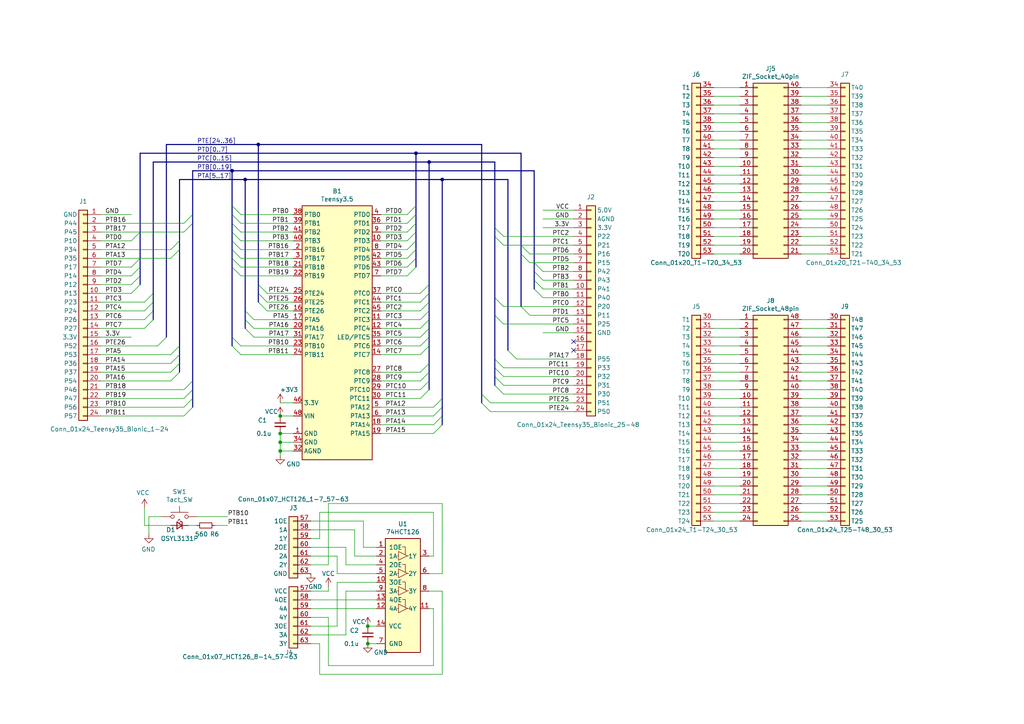
<source format=kicad_sch>
(kicad_sch (version 20211123) (generator eeschema)
  (paper "A4")
  (title_block (title "BionicBreadBoard Teensy3.5") (date "2021-11-06") (rev "2") (company "Tadashi G. Takaoka"))
  (junction (at 67.31 49.53))
  (junction (at 106.68 181.61))
  (junction (at 128.27 52.07))
  (junction (at 124.46 46.99))
  (junction (at 81.28 128.27))
  (junction (at 71.12 52.07))
  (junction (at 120.65 44.45))
  (junction (at 106.68 186.69))
  (junction (at 74.93 41.91))
  (junction (at 81.28 125.73))
  (junction (at 81.28 120.65))
  (junction (at 81.28 130.81))
  (no_connect (at 166.37 101.6))
  (no_connect (at 166.37 99.06))
  (bus_entry (at 154.94 76.2) (size 2.54 2.54))
  (bus_entry (at 154.94 78.74) (size 2.54 2.54))
  (bus_entry (at 154.94 81.28) (size 2.54 2.54))
  (bus_entry (at 154.94 83.82) (size 2.54 2.54))
  (bus_entry (at 52.07 100.33) (size -2.54 2.54))
  (bus_entry (at 52.07 72.39) (size -2.54 2.54))
  (bus_entry (at 120.65 77.47) (size -2.54 2.54))
  (bus_entry (at 120.65 72.39) (size -2.54 2.54))
  (bus_entry (at 120.65 74.93) (size -2.54 2.54))
  (bus_entry (at 55.88 62.23) (size -2.54 2.54))
  (bus_entry (at 52.07 105.41) (size -2.54 2.54))
  (bus_entry (at 67.31 97.79) (size 2.54 2.54))
  (bus_entry (at 44.45 92.71) (size -2.54 2.54))
  (bus_entry (at 124.46 105.41) (size -2.54 2.54))
  (bus_entry (at 128.27 120.65) (size -2.54 2.54))
  (bus_entry (at 40.64 67.31) (size -2.54 2.54))
  (bus_entry (at 120.65 69.85) (size -2.54 2.54))
  (bus_entry (at 74.93 82.55) (size 2.54 2.54))
  (bus_entry (at 128.27 118.11) (size -2.54 2.54))
  (bus_entry (at 40.64 77.47) (size -2.54 2.54))
  (bus_entry (at 48.26 97.79) (size -2.54 2.54))
  (bus_entry (at 151.13 88.9) (size 2.54 2.54))
  (bus_entry (at 67.31 77.47) (size 2.54 2.54))
  (bus_entry (at 67.31 59.69) (size 2.54 2.54))
  (bus_entry (at 151.13 73.66) (size 2.54 2.54))
  (bus_entry (at 124.46 100.33) (size -2.54 2.54))
  (bus_entry (at 128.27 115.57) (size -2.54 2.54))
  (bus_entry (at 124.46 90.17) (size -2.54 2.54))
  (bus_entry (at 128.27 123.19) (size -2.54 2.54))
  (bus_entry (at 124.46 92.71) (size -2.54 2.54))
  (bus_entry (at 124.46 113.03) (size -2.54 2.54))
  (bus_entry (at 67.31 62.23) (size 2.54 2.54))
  (bus_entry (at 44.45 85.09) (size -2.54 2.54))
  (bus_entry (at 44.45 90.17) (size -2.54 2.54))
  (bus_entry (at 139.7 116.84) (size 2.54 2.54))
  (bus_entry (at 139.7 114.3) (size 2.54 2.54))
  (bus_entry (at 55.88 110.49) (size -2.54 2.54))
  (bus_entry (at 55.88 64.77) (size -2.54 2.54))
  (bus_entry (at 40.64 80.01) (size -2.54 2.54))
  (bus_entry (at 74.93 87.63) (size 2.54 2.54))
  (bus_entry (at 124.46 107.95) (size -2.54 2.54))
  (bus_entry (at 124.46 97.79) (size -2.54 2.54))
  (bus_entry (at 124.46 87.63) (size -2.54 2.54))
  (bus_entry (at 124.46 95.25) (size -2.54 2.54))
  (bus_entry (at 120.65 62.23) (size -2.54 2.54))
  (bus_entry (at 143.51 91.44) (size 2.54 2.54))
  (bus_entry (at 67.31 72.39) (size 2.54 2.54))
  (bus_entry (at 55.88 118.11) (size -2.54 2.54))
  (bus_entry (at 44.45 87.63) (size -2.54 2.54))
  (bus_entry (at 52.07 107.95) (size -2.54 2.54))
  (bus_entry (at 67.31 69.85) (size 2.54 2.54))
  (bus_entry (at 71.12 95.25) (size 2.54 2.54))
  (bus_entry (at 52.07 69.85) (size -2.54 2.54))
  (bus_entry (at 124.46 82.55) (size -2.54 2.54))
  (bus_entry (at 67.31 100.33) (size 2.54 2.54))
  (bus_entry (at 151.13 71.12) (size 2.54 2.54))
  (bus_entry (at 71.12 92.71) (size 2.54 2.54))
  (bus_entry (at 143.51 106.68) (size 2.54 2.54))
  (bus_entry (at 143.51 109.22) (size 2.54 2.54))
  (bus_entry (at 143.51 104.14) (size 2.54 2.54))
  (bus_entry (at 143.51 111.76) (size 2.54 2.54))
  (bus_entry (at 124.46 110.49) (size -2.54 2.54))
  (bus_entry (at 52.07 102.87) (size -2.54 2.54))
  (bus_entry (at 71.12 90.17) (size 2.54 2.54))
  (bus_entry (at 55.88 115.57) (size -2.54 2.54))
  (bus_entry (at 67.31 67.31) (size 2.54 2.54))
  (bus_entry (at 120.65 59.69) (size -2.54 2.54))
  (bus_entry (at 67.31 64.77) (size 2.54 2.54))
  (bus_entry (at 124.46 85.09) (size -2.54 2.54))
  (bus_entry (at 120.65 67.31) (size -2.54 2.54))
  (bus_entry (at 55.88 113.03) (size -2.54 2.54))
  (bus_entry (at 143.51 68.58) (size 2.54 2.54))
  (bus_entry (at 143.51 66.04) (size 2.54 2.54))
  (bus_entry (at 143.51 86.36) (size 2.54 2.54))
  (bus_entry (at 147.32 101.6) (size 2.54 2.54))
  (bus_entry (at 40.64 82.55) (size -2.54 2.54))
  (bus_entry (at 120.65 64.77) (size -2.54 2.54))
  (bus_entry (at 40.64 74.93) (size -2.54 2.54))
  (bus_entry (at 67.31 74.93) (size 2.54 2.54))
  (bus_entry (at 74.93 85.09) (size 2.54 2.54))
  (wire (pts (xy 95.25 179.07) (xy 95.25 193.04)))
  (wire (pts (xy 110.49 85.09) (xy 121.92 85.09)))
  (wire (pts (xy 73.66 97.79) (xy 85.09 97.79)))
  (bus (pts (xy 52.07 102.87) (xy 52.07 105.41)))
  (wire (pts (xy 232.41 138.43) (xy 240.03 138.43)))
  (wire (pts (xy 110.49 107.95) (xy 121.92 107.95)))
  (wire (pts (xy 207.01 60.96) (xy 214.63 60.96)))
  (wire (pts (xy 92.71 195.58) (xy 128.27 195.58)))
  (wire (pts (xy 29.21 74.93) (xy 40.64 74.93)))
  (wire (pts (xy 110.49 118.11) (xy 125.73 118.11)))
  (bus (pts (xy 143.51 109.22) (xy 143.51 111.76)))
  (bus (pts (xy 67.31 64.77) (xy 67.31 67.31)))
  (wire (pts (xy 207.01 130.81) (xy 214.63 130.81)))
  (bus (pts (xy 151.13 71.12) (xy 151.13 73.66)))
  (wire (pts (xy 110.49 80.01) (xy 118.11 80.01)))
  (wire (pts (xy 81.28 128.27) (xy 81.28 130.81)))
  (wire (pts (xy 81.28 116.84) (xy 85.09 116.84)))
  (wire (pts (xy 69.85 64.77) (xy 85.09 64.77)))
  (wire (pts (xy 66.04 149.86) (xy 57.15 149.86)))
  (bus (pts (xy 40.64 77.47) (xy 40.64 74.93)))
  (wire (pts (xy 157.48 78.74) (xy 166.37 78.74)))
  (bus (pts (xy 44.45 87.63) (xy 44.45 90.17)))
  (wire (pts (xy 97.79 166.37) (xy 109.22 166.37)))
  (wire (pts (xy 232.41 73.66) (xy 240.03 73.66)))
  (wire (pts (xy 29.21 85.09) (xy 38.1 85.09)))
  (bus (pts (xy 143.51 91.44) (xy 143.51 86.36)))
  (bus (pts (xy 143.51 68.58) (xy 143.51 66.04)))
  (wire (pts (xy 232.41 113.03) (xy 240.03 113.03)))
  (wire (pts (xy 105.41 158.75) (xy 109.22 158.75)))
  (wire (pts (xy 232.41 63.5) (xy 240.03 63.5)))
  (wire (pts (xy 90.17 179.07) (xy 95.25 179.07)))
  (wire (pts (xy 151.13 71.12) (xy 166.37 71.12)))
  (bus (pts (xy 71.12 90.17) (xy 71.12 52.07)))
  (wire (pts (xy 110.49 100.33) (xy 121.92 100.33)))
  (wire (pts (xy 157.48 63.5) (xy 166.37 63.5)))
  (wire (pts (xy 153.67 73.66) (xy 166.37 73.66)))
  (bus (pts (xy 40.64 67.31) (xy 40.64 44.45)))
  (wire (pts (xy 232.41 68.58) (xy 240.03 68.58)))
  (bus (pts (xy 154.94 49.53) (xy 154.94 76.2)))
  (bus (pts (xy 48.26 41.91) (xy 74.93 41.91)))
  (wire (pts (xy 207.01 50.8) (xy 214.63 50.8)))
  (bus (pts (xy 67.31 49.53) (xy 67.31 59.69)))
  (wire (pts (xy 207.01 97.79) (xy 214.63 97.79)))
  (wire (pts (xy 110.49 64.77) (xy 118.11 64.77)))
  (wire (pts (xy 90.17 171.45) (xy 95.25 171.45)))
  (wire (pts (xy 232.41 107.95) (xy 240.03 107.95)))
  (wire (pts (xy 128.27 195.58) (xy 128.27 171.45)))
  (bus (pts (xy 67.31 62.23) (xy 67.31 64.77)))
  (wire (pts (xy 146.05 109.22) (xy 166.37 109.22)))
  (wire (pts (xy 232.41 102.87) (xy 240.03 102.87)))
  (wire (pts (xy 232.41 55.88) (xy 240.03 55.88)))
  (wire (pts (xy 232.41 105.41) (xy 240.03 105.41)))
  (wire (pts (xy 46.99 149.86) (xy 43.18 149.86)))
  (wire (pts (xy 153.67 91.44) (xy 166.37 91.44)))
  (bus (pts (xy 154.94 78.74) (xy 154.94 81.28)))
  (bus (pts (xy 40.64 80.01) (xy 40.64 77.47)))
  (bus (pts (xy 124.46 90.17) (xy 124.46 92.71)))
  (bus (pts (xy 124.46 92.71) (xy 124.46 95.25)))
  (bus (pts (xy 143.51 104.14) (xy 143.51 106.68)))
  (wire (pts (xy 110.49 113.03) (xy 121.92 113.03)))
  (wire (pts (xy 90.17 151.13) (xy 105.41 151.13)))
  (wire (pts (xy 232.41 33.02) (xy 240.03 33.02)))
  (wire (pts (xy 73.66 92.71) (xy 85.09 92.71)))
  (bus (pts (xy 124.46 100.33) (xy 124.46 105.41)))
  (wire (pts (xy 207.01 143.51) (xy 214.63 143.51)))
  (bus (pts (xy 128.27 52.07) (xy 147.32 52.07)))
  (wire (pts (xy 207.01 133.35) (xy 214.63 133.35)))
  (bus (pts (xy 52.07 52.07) (xy 52.07 69.85)))
  (bus (pts (xy 124.46 87.63) (xy 124.46 90.17)))
  (wire (pts (xy 29.21 77.47) (xy 38.1 77.47)))
  (wire (pts (xy 62.23 152.4) (xy 66.04 152.4)))
  (wire (pts (xy 207.01 38.1) (xy 214.63 38.1)))
  (wire (pts (xy 29.21 113.03) (xy 53.34 113.03)))
  (bus (pts (xy 55.88 110.49) (xy 55.88 113.03)))
  (wire (pts (xy 157.48 83.82) (xy 166.37 83.82)))
  (wire (pts (xy 29.21 102.87) (xy 49.53 102.87)))
  (wire (pts (xy 29.21 118.11) (xy 53.34 118.11)))
  (wire (pts (xy 207.01 66.04) (xy 214.63 66.04)))
  (wire (pts (xy 110.49 125.73) (xy 125.73 125.73)))
  (wire (pts (xy 90.17 173.99) (xy 109.22 173.99)))
  (bus (pts (xy 67.31 69.85) (xy 67.31 72.39)))
  (bus (pts (xy 128.27 120.65) (xy 128.27 123.19)))
  (wire (pts (xy 109.22 181.61) (xy 106.68 181.61)))
  (wire (pts (xy 90.17 163.83) (xy 95.25 163.83)))
  (bus (pts (xy 71.12 90.17) (xy 71.12 92.71)))
  (wire (pts (xy 207.01 105.41) (xy 214.63 105.41)))
  (wire (pts (xy 128.27 171.45) (xy 124.46 171.45)))
  (bus (pts (xy 120.65 44.45) (xy 120.65 59.69)))
  (bus (pts (xy 120.65 44.45) (xy 151.13 44.45)))
  (wire (pts (xy 232.41 92.71) (xy 240.03 92.71)))
  (wire (pts (xy 207.01 92.71) (xy 214.63 92.71)))
  (wire (pts (xy 207.01 148.59) (xy 214.63 148.59)))
  (wire (pts (xy 29.21 90.17) (xy 41.91 90.17)))
  (wire (pts (xy 40.64 67.31) (xy 53.34 67.31)))
  (wire (pts (xy 207.01 146.05) (xy 214.63 146.05)))
  (wire (pts (xy 232.41 43.18) (xy 240.03 43.18)))
  (bus (pts (xy 120.65 62.23) (xy 120.65 64.77)))
  (wire (pts (xy 125.73 161.29) (xy 124.46 161.29)))
  (wire (pts (xy 69.85 74.93) (xy 85.09 74.93)))
  (wire (pts (xy 207.01 120.65) (xy 214.63 120.65)))
  (bus (pts (xy 128.27 115.57) (xy 128.27 52.07)))
  (wire (pts (xy 207.01 151.13) (xy 214.63 151.13)))
  (wire (pts (xy 232.41 133.35) (xy 240.03 133.35)))
  (wire (pts (xy 232.41 128.27) (xy 240.03 128.27)))
  (wire (pts (xy 232.41 27.94) (xy 240.03 27.94)))
  (wire (pts (xy 81.28 130.81) (xy 81.28 132.08)))
  (bus (pts (xy 71.12 92.71) (xy 71.12 95.25)))
  (wire (pts (xy 110.49 120.65) (xy 125.73 120.65)))
  (bus (pts (xy 40.64 74.93) (xy 40.64 67.31)))
  (wire (pts (xy 232.41 123.19) (xy 240.03 123.19)))
  (wire (pts (xy 90.17 186.69) (xy 92.71 186.69)))
  (bus (pts (xy 128.27 118.11) (xy 128.27 120.65)))
  (bus (pts (xy 52.07 100.33) (xy 52.07 102.87)))
  (bus (pts (xy 120.65 59.69) (xy 120.65 62.23)))
  (wire (pts (xy 232.41 125.73) (xy 240.03 125.73)))
  (wire (pts (xy 232.41 140.97) (xy 240.03 140.97)))
  (wire (pts (xy 207.01 45.72) (xy 214.63 45.72)))
  (bus (pts (xy 124.46 97.79) (xy 124.46 100.33)))
  (wire (pts (xy 128.27 146.05) (xy 128.27 166.37)))
  (bus (pts (xy 44.45 46.99) (xy 124.46 46.99)))
  (bus (pts (xy 67.31 97.79) (xy 67.31 100.33)))
  (wire (pts (xy 157.48 66.04) (xy 166.37 66.04)))
  (wire (pts (xy 232.41 40.64) (xy 240.03 40.64)))
  (bus (pts (xy 143.51 104.14) (xy 143.51 91.44)))
  (wire (pts (xy 85.09 125.73) (xy 81.28 125.73)))
  (wire (pts (xy 110.49 87.63) (xy 121.92 87.63)))
  (wire (pts (xy 146.05 111.76) (xy 166.37 111.76)))
  (wire (pts (xy 40.64 74.93) (xy 49.53 74.93)))
  (wire (pts (xy 232.41 35.56) (xy 240.03 35.56)))
  (wire (pts (xy 232.41 118.11) (xy 240.03 118.11)))
  (wire (pts (xy 100.33 158.75) (xy 100.33 163.83)))
  (wire (pts (xy 29.21 95.25) (xy 41.91 95.25)))
  (bus (pts (xy 154.94 76.2) (xy 154.94 78.74)))
  (wire (pts (xy 232.41 95.25) (xy 240.03 95.25)))
  (wire (pts (xy 85.09 120.65) (xy 81.28 120.65)))
  (wire (pts (xy 232.41 97.79) (xy 240.03 97.79)))
  (wire (pts (xy 207.01 68.58) (xy 214.63 68.58)))
  (wire (pts (xy 146.05 88.9) (xy 151.13 88.9)))
  (wire (pts (xy 69.85 72.39) (xy 85.09 72.39)))
  (wire (pts (xy 97.79 161.29) (xy 97.79 166.37)))
  (wire (pts (xy 29.21 64.77) (xy 53.34 64.77)))
  (wire (pts (xy 69.85 100.33) (xy 85.09 100.33)))
  (bus (pts (xy 124.46 105.41) (xy 124.46 107.95)))
  (wire (pts (xy 232.41 48.26) (xy 240.03 48.26)))
  (bus (pts (xy 143.51 86.36) (xy 143.51 68.58)))
  (wire (pts (xy 29.21 107.95) (xy 49.53 107.95)))
  (wire (pts (xy 207.01 40.64) (xy 214.63 40.64)))
  (wire (pts (xy 29.21 110.49) (xy 49.53 110.49)))
  (bus (pts (xy 67.31 49.53) (xy 154.94 49.53)))
  (wire (pts (xy 92.71 148.59) (xy 125.73 148.59)))
  (wire (pts (xy 81.28 125.73) (xy 81.28 128.27)))
  (wire (pts (xy 110.49 69.85) (xy 118.11 69.85)))
  (wire (pts (xy 207.01 71.12) (xy 214.63 71.12)))
  (wire (pts (xy 232.41 50.8) (xy 240.03 50.8)))
  (bus (pts (xy 143.51 66.04) (xy 143.51 46.99)))
  (wire (pts (xy 157.48 86.36) (xy 166.37 86.36)))
  (wire (pts (xy 29.21 67.31) (xy 40.64 67.31)))
  (bus (pts (xy 139.7 41.91) (xy 74.93 41.91)))
  (wire (pts (xy 157.48 81.28) (xy 166.37 81.28)))
  (wire (pts (xy 29.21 72.39) (xy 49.53 72.39)))
  (bus (pts (xy 55.88 64.77) (xy 55.88 110.49)))
  (bus (pts (xy 143.51 106.68) (xy 143.51 109.22)))
  (wire (pts (xy 146.05 68.58) (xy 166.37 68.58)))
  (wire (pts (xy 109.22 176.53) (xy 90.17 176.53)))
  (wire (pts (xy 90.17 153.67) (xy 102.87 153.67)))
  (wire (pts (xy 207.01 30.48) (xy 214.63 30.48)))
  (wire (pts (xy 232.41 143.51) (xy 240.03 143.51)))
  (wire (pts (xy 232.41 45.72) (xy 240.03 45.72)))
  (wire (pts (xy 57.15 152.4) (xy 54.61 152.4)))
  (wire (pts (xy 207.01 53.34) (xy 214.63 53.34)))
  (wire (pts (xy 90.17 158.75) (xy 100.33 158.75)))
  (bus (pts (xy 139.7 116.84) (xy 139.7 114.3)))
  (wire (pts (xy 232.41 130.81) (xy 240.03 130.81)))
  (wire (pts (xy 95.25 193.04) (xy 125.73 193.04)))
  (wire (pts (xy 109.22 171.45) (xy 100.33 171.45)))
  (wire (pts (xy 232.41 146.05) (xy 240.03 146.05)))
  (wire (pts (xy 29.21 115.57) (xy 53.34 115.57)))
  (wire (pts (xy 128.27 166.37) (xy 124.46 166.37)))
  (bus (pts (xy 67.31 67.31) (xy 67.31 69.85)))
  (wire (pts (xy 110.49 97.79) (xy 121.92 97.79)))
  (wire (pts (xy 207.01 58.42) (xy 214.63 58.42)))
  (wire (pts (xy 232.41 135.89) (xy 240.03 135.89)))
  (wire (pts (xy 207.01 118.11) (xy 214.63 118.11)))
  (wire (pts (xy 90.17 184.15) (xy 100.33 184.15)))
  (wire (pts (xy 207.01 115.57) (xy 214.63 115.57)))
  (wire (pts (xy 142.24 116.84) (xy 166.37 116.84)))
  (wire (pts (xy 97.79 168.91) (xy 109.22 168.91)))
  (wire (pts (xy 207.01 27.94) (xy 214.63 27.94)))
  (bus (pts (xy 71.12 52.07) (xy 52.07 52.07)))
  (wire (pts (xy 77.47 87.63) (xy 85.09 87.63)))
  (bus (pts (xy 52.07 72.39) (xy 52.07 100.33)))
  (wire (pts (xy 29.21 105.41) (xy 49.53 105.41)))
  (wire (pts (xy 207.01 43.18) (xy 214.63 43.18)))
  (wire (pts (xy 146.05 114.3) (xy 166.37 114.3)))
  (wire (pts (xy 29.21 62.23) (xy 38.1 62.23)))
  (bus (pts (xy 40.64 44.45) (xy 120.65 44.45)))
  (bus (pts (xy 48.26 41.91) (xy 48.26 97.79)))
  (wire (pts (xy 105.41 151.13) (xy 105.41 158.75)))
  (wire (pts (xy 29.21 69.85) (xy 38.1 69.85)))
  (wire (pts (xy 207.01 95.25) (xy 214.63 95.25)))
  (bus (pts (xy 74.93 82.55) (xy 74.93 85.09)))
  (bus (pts (xy 124.46 82.55) (xy 124.46 85.09)))
  (wire (pts (xy 92.71 156.21) (xy 90.17 156.21)))
  (bus (pts (xy 147.32 52.07) (xy 147.32 101.6)))
  (wire (pts (xy 157.48 60.96) (xy 166.37 60.96)))
  (wire (pts (xy 232.41 151.13) (xy 240.03 151.13)))
  (wire (pts (xy 73.66 95.25) (xy 85.09 95.25)))
  (bus (pts (xy 143.51 46.99) (xy 124.46 46.99)))
  (wire (pts (xy 207.01 35.56) (xy 214.63 35.56)))
  (wire (pts (xy 92.71 148.59) (xy 92.71 156.21)))
  (wire (pts (xy 151.13 88.9) (xy 166.37 88.9)))
  (wire (pts (xy 110.49 62.23) (xy 118.11 62.23)))
  (wire (pts (xy 77.47 85.09) (xy 85.09 85.09)))
  (wire (pts (xy 81.28 130.81) (xy 85.09 130.81)))
  (wire (pts (xy 69.85 67.31) (xy 85.09 67.31)))
  (bus (pts (xy 44.45 46.99) (xy 44.45 85.09)))
  (wire (pts (xy 207.01 123.19) (xy 214.63 123.19)))
  (wire (pts (xy 207.01 55.88) (xy 214.63 55.88)))
  (wire (pts (xy 95.25 146.05) (xy 128.27 146.05)))
  (wire (pts (xy 207.01 107.95) (xy 214.63 107.95)))
  (bus (pts (xy 124.46 107.95) (xy 124.46 110.49)))
  (bus (pts (xy 124.46 46.99) (xy 124.46 82.55)))
  (wire (pts (xy 41.91 147.32) (xy 41.91 152.4)))
  (wire (pts (xy 232.41 30.48) (xy 240.03 30.48)))
  (wire (pts (xy 232.41 53.34) (xy 240.03 53.34)))
  (bus (pts (xy 154.94 81.28) (xy 154.94 83.82)))
  (wire (pts (xy 125.73 176.53) (xy 124.46 176.53)))
  (wire (pts (xy 207.01 113.03) (xy 214.63 113.03)))
  (wire (pts (xy 207.01 128.27) (xy 214.63 128.27)))
  (wire (pts (xy 109.22 186.69) (xy 106.68 186.69)))
  (wire (pts (xy 95.25 163.83) (xy 95.25 146.05)))
  (wire (pts (xy 125.73 148.59) (xy 125.73 161.29)))
  (wire (pts (xy 207.01 63.5) (xy 214.63 63.5)))
  (wire (pts (xy 110.49 90.17) (xy 121.92 90.17)))
  (bus (pts (xy 67.31 77.47) (xy 67.31 97.79)))
  (wire (pts (xy 232.41 25.4) (xy 240.03 25.4)))
  (wire (pts (xy 207.01 102.87) (xy 214.63 102.87)))
  (wire (pts (xy 207.01 135.89) (xy 214.63 135.89)))
  (wire (pts (xy 232.41 58.42) (xy 240.03 58.42)))
  (wire (pts (xy 90.17 181.61) (xy 97.79 181.61)))
  (bus (pts (xy 52.07 105.41) (xy 52.07 107.95)))
  (wire (pts (xy 29.21 100.33) (xy 45.72 100.33)))
  (wire (pts (xy 207.01 33.02) (xy 214.63 33.02)))
  (wire (pts (xy 77.47 90.17) (xy 85.09 90.17)))
  (wire (pts (xy 29.21 80.01) (xy 38.1 80.01)))
  (wire (pts (xy 125.73 193.04) (xy 125.73 176.53)))
  (wire (pts (xy 232.41 66.04) (xy 240.03 66.04)))
  (bus (pts (xy 55.88 115.57) (xy 55.88 118.11)))
  (wire (pts (xy 207.01 138.43) (xy 214.63 138.43)))
  (wire (pts (xy 207.01 73.66) (xy 214.63 73.66)))
  (wire (pts (xy 110.49 77.47) (xy 118.11 77.47)))
  (wire (pts (xy 43.18 149.86) (xy 43.18 154.94)))
  (wire (pts (xy 207.01 140.97) (xy 214.63 140.97)))
  (bus (pts (xy 151.13 73.66) (xy 151.13 88.9)))
  (wire (pts (xy 49.53 152.4) (xy 41.91 152.4)))
  (wire (pts (xy 69.85 69.85) (xy 85.09 69.85)))
  (bus (pts (xy 120.65 72.39) (xy 120.65 74.93)))
  (wire (pts (xy 110.49 123.19) (xy 125.73 123.19)))
  (wire (pts (xy 110.49 67.31) (xy 118.11 67.31)))
  (bus (pts (xy 55.88 62.23) (xy 55.88 64.77)))
  (bus (pts (xy 124.46 110.49) (xy 124.46 113.03)))
  (wire (pts (xy 232.41 148.59) (xy 240.03 148.59)))
  (bus (pts (xy 44.45 90.17) (xy 44.45 92.71)))
  (wire (pts (xy 207.01 100.33) (xy 214.63 100.33)))
  (wire (pts (xy 29.21 87.63) (xy 41.91 87.63)))
  (wire (pts (xy 29.21 97.79) (xy 38.1 97.79)))
  (wire (pts (xy 146.05 71.12) (xy 151.13 71.12)))
  (wire (pts (xy 232.41 120.65) (xy 240.03 120.65)))
  (wire (pts (xy 69.85 80.01) (xy 85.09 80.01)))
  (wire (pts (xy 92.71 186.69) (xy 92.71 195.58)))
  (wire (pts (xy 110.49 115.57) (xy 121.92 115.57)))
  (bus (pts (xy 128.27 52.07) (xy 71.12 52.07)))
  (wire (pts (xy 232.41 71.12) (xy 240.03 71.12)))
  (bus (pts (xy 40.64 82.55) (xy 40.64 80.01)))
  (bus (pts (xy 74.93 85.09) (xy 74.93 87.63)))
  (wire (pts (xy 100.33 163.83) (xy 109.22 163.83)))
  (wire (pts (xy 207.01 25.4) (xy 214.63 25.4)))
  (bus (pts (xy 67.31 59.69) (xy 67.31 62.23)))
  (wire (pts (xy 232.41 110.49) (xy 240.03 110.49)))
  (wire (pts (xy 69.85 62.23) (xy 85.09 62.23)))
  (wire (pts (xy 110.49 95.25) (xy 121.92 95.25)))
  (wire (pts (xy 29.21 92.71) (xy 41.91 92.71)))
  (wire (pts (xy 29.21 82.55) (xy 38.1 82.55)))
  (wire (pts (xy 232.41 115.57) (xy 240.03 115.57)))
  (wire (pts (xy 102.87 161.29) (xy 109.22 161.29)))
  (wire (pts (xy 146.05 93.98) (xy 166.37 93.98)))
  (bus (pts (xy 55.88 49.53) (xy 55.88 62.23)))
  (wire (pts (xy 207.01 125.73) (xy 214.63 125.73)))
  (wire (pts (xy 110.49 110.49) (xy 121.92 110.49)))
  (bus (pts (xy 67.31 72.39) (xy 67.31 74.93)))
  (bus (pts (xy 151.13 44.45) (xy 151.13 71.12)))
  (wire (pts (xy 157.48 96.52) (xy 166.37 96.52)))
  (wire (pts (xy 69.85 77.47) (xy 85.09 77.47)))
  (bus (pts (xy 128.27 115.57) (xy 128.27 118.11)))
  (bus (pts (xy 44.45 85.09) (xy 44.45 87.63)))
  (wire (pts (xy 110.49 74.93) (xy 118.11 74.93)))
  (wire (pts (xy 207.01 48.26) (xy 214.63 48.26)))
  (wire (pts (xy 149.86 104.14) (xy 166.37 104.14)))
  (wire (pts (xy 232.41 60.96) (xy 240.03 60.96)))
  (wire (pts (xy 154.94 76.2) (xy 166.37 76.2)))
  (bus (pts (xy 139.7 114.3) (xy 139.7 41.91)))
  (wire (pts (xy 110.49 102.87) (xy 121.92 102.87)))
  (bus (pts (xy 55.88 113.03) (xy 55.88 115.57)))
  (bus (pts (xy 120.65 69.85) (xy 120.65 72.39)))
  (wire (pts (xy 232.41 100.33) (xy 240.03 100.33)))
  (bus (pts (xy 67.31 74.93) (xy 67.31 77.47)))
  (bus (pts (xy 52.07 69.85) (xy 52.07 72.39)))
  (wire (pts (xy 142.24 119.38) (xy 166.37 119.38)))
  (wire (pts (xy 90.17 161.29) (xy 97.79 161.29)))
  (wire (pts (xy 232.41 38.1) (xy 240.03 38.1)))
  (wire (pts (xy 69.85 102.87) (xy 85.09 102.87)))
  (bus (pts (xy 120.65 67.31) (xy 120.65 69.85)))
  (wire (pts (xy 97.79 181.61) (xy 97.79 168.91)))
  (bus (pts (xy 55.88 49.53) (xy 67.31 49.53)))
  (wire (pts (xy 110.49 92.71) (xy 121.92 92.71)))
  (bus (pts (xy 124.46 95.25) (xy 124.46 97.79)))
  (wire (pts (xy 207.01 110.49) (xy 214.63 110.49)))
  (wire (pts (xy 29.21 120.65) (xy 53.34 120.65)))
  (bus (pts (xy 120.65 64.77) (xy 120.65 67.31)))
  (bus (pts (xy 74.93 41.91) (xy 74.93 82.55)))
  (bus (pts (xy 124.46 85.09) (xy 124.46 87.63)))
  (wire (pts (xy 110.49 72.39) (xy 118.11 72.39)))
  (wire (pts (xy 95.25 171.45) (xy 95.25 170.18)))
  (wire (pts (xy 102.87 153.67) (xy 102.87 161.29)))
  (wire (pts (xy 100.33 171.45) (xy 100.33 184.15)))
  (wire (pts (xy 153.67 76.2) (xy 154.94 76.2)))
  (wire (pts (xy 146.05 106.68) (xy 166.37 106.68)))
  (wire (pts (xy 85.09 128.27) (xy 81.28 128.27)))
  (bus (pts (xy 120.65 74.93) (xy 120.65 77.47)))
  (label "PTB10" (at 30.48 118.11 0))
  (label "PTA5" (at 30.48 102.87 0))
  (label "PTC1" (at 165.1 71.12 180))
  (label "PTB16" (at 83.82 72.39 180))
  (label "PTB10" (at 66.04 149.86 0))
  (label "PTE[24..36]" (at 57.15 41.91 0))
  (label "PTA16" (at 83.82 95.25 180))
  (label "PTC2" (at 111.76 90.17 0))
  (label "PTD2" (at 30.48 82.55 0))
  (label "PTA14" (at 111.76 123.19 0))
  (label "PTD4" (at 30.48 80.01 0))
  (label "PTC8" (at 111.76 107.95 0))
  (label "PTD2" (at 111.76 67.31 0))
  (label "PTE24" (at 83.82 85.09 180))
  (label "PTB18" (at 30.48 113.03 0))
  (label "PTC9" (at 111.76 110.49 0))
  (label "PTC2" (at 165.1 68.58 180))
  (label "PTC1" (at 111.76 87.63 0))
  (label "PTB11" (at 83.82 102.87 180))
  (label "PTC11" (at 165.1 106.68 180))
  (label "PTC4" (at 30.48 90.17 0))
  (label "PTB0" (at 165.1 86.36 180))
  (label "PTB0" (at 83.82 62.23 180))
  (label "PTA13" (at 111.76 120.65 0))
  (label "PTB3" (at 165.1 81.28 180))
  (label "PTB2" (at 83.82 67.31 180))
  (label "PTC7" (at 30.48 95.25 0))
  (label "PTC4" (at 111.76 95.25 0))
  (label "PTD7" (at 111.76 80.01 0))
  (label "PTD0" (at 111.76 62.23 0))
  (label "PTC3" (at 30.48 87.63 0))
  (label "PTD5" (at 165.1 76.2 180))
  (label "PTB11" (at 30.48 120.65 0))
  (label "PTC8" (at 165.1 114.3 180))
  (label "PTA12" (at 30.48 72.39 0))
  (label "PTA16" (at 30.48 110.49 0))
  (label "PTD6" (at 165.1 73.66 180))
  (label "PTC3" (at 111.76 92.71 0))
  (label "PTB11" (at 66.04 152.4 0))
  (label "PTE26" (at 30.48 100.33 0))
  (label "PTC10" (at 111.76 113.03 0))
  (label "PTB17" (at 30.48 67.31 0))
  (label "PTC5" (at 111.76 97.79 0))
  (label "PTB19" (at 30.48 115.57 0))
  (label "PTC[0..15]" (at 57.15 46.99 0))
  (label "PTC0" (at 111.76 85.09 0))
  (label "PTC7" (at 111.76 102.87 0))
  (label "PTD1" (at 165.1 91.44 180))
  (label "GND" (at 165.1 96.52 180))
  (label "VCC" (at 165.1 60.96 180))
  (label "PTA[5..17]" (at 57.15 52.07 0))
  (label "3.3V" (at 30.48 97.79 0))
  (label "PTA14" (at 30.48 105.41 0))
  (label "PTE24" (at 165.1 119.38 180))
  (label "GND" (at 30.48 62.23 0))
  (label "PTB17" (at 83.82 74.93 180))
  (label "PTC10" (at 165.1 109.22 180))
  (label "PTC9" (at 165.1 111.76 180))
  (label "PTD3" (at 111.76 69.85 0))
  (label "PTD6" (at 111.76 77.47 0))
  (label "PTB3" (at 83.82 69.85 180))
  (label "PTC6" (at 111.76 100.33 0))
  (label "PTE26" (at 83.82 90.17 180))
  (label "PTB2" (at 165.1 78.74 180))
  (label "PTD[0..7]" (at 57.15 44.45 0))
  (label "PTA5" (at 83.82 92.71 180))
  (label "PTD1" (at 111.76 64.77 0))
  (label "PTC11" (at 111.76 115.57 0))
  (label "GND" (at 165.1 63.5 180))
  (label "PTD4" (at 111.76 72.39 0))
  (label "PTA13" (at 30.48 74.93 0))
  (label "PTB19" (at 83.82 80.01 180))
  (label "PTC6" (at 30.48 92.71 0))
  (label "PTD3" (at 30.48 85.09 0))
  (label "PTD7" (at 30.48 77.47 0))
  (label "PTB10" (at 83.82 100.33 180))
  (label "PTA15" (at 111.76 125.73 0))
  (label "PTA15" (at 30.48 107.95 0))
  (label "PTA12" (at 111.76 118.11 0))
  (label "PTB18" (at 83.82 77.47 180))
  (label "PTB16" (at 30.48 64.77 0))
  (label "PTE25" (at 83.82 87.63 180))
  (label "3.3V" (at 165.1 66.04 180))
  (label "PTC5" (at 165.1 93.98 180))
  (label "PTA17" (at 83.82 97.79 180))
  (label "PTB[0..19]" (at 57.15 49.53 0))
  (label "PTC0" (at 165.1 88.9 180))
  (label "PTE25" (at 165.1 116.84 180))
  (label "PTD5" (at 111.76 74.93 0))
  (label "PTA17" (at 165.1 104.14 180))
  (label "PTB1" (at 83.82 64.77 180))
  (label "PTB1" (at 165.1 83.82 180))
  (label "PTD0" (at 30.48 69.85 0))
  (symbol (lib_id "power:VCC") (at 81.28 120.65 0) (unit 1)
    (property "Reference" "#PWR02" (effects hide))
    (property "Value" "VCC" (at 78.74 119.38 0))
  )
  (symbol (lib_id "Device:C_Small") (at 81.28 123.19 0) (mirror y) (unit 1)
    (property "Reference" "C1" (at 77.47 121.92 0) (effects (justify left)))
    (property "Value" "0.1u" (at 78.74 125.73 0) (effects (justify left)))
    (property "Footprint" "Capacitor_THT:C_Disc_D3.4mm_W2.1mm_P2.50mm" (effects hide))
  )
  (symbol (lib_id "power:GND") (at 43.18 154.94 0) (mirror y) (unit 1)
    (property "Reference" "#PWR023" (effects hide))
    (property "Value" "GND" (at 43.053 159.3342 0))
  )
  (symbol (lib_id "Device:R_Small") (at 59.69 152.4 90) (mirror x) (unit 1)
    (property "Reference" "R6" (at 62.23 154.94 90))
    (property "Value" "560" (at 58.42 154.94 90))
    (property "Footprint" "Resistor_THT:R_Axial_DIN0204_L3.6mm_D1.6mm_P5.08mm_Horizontal" (effects hide))
  )
  (symbol (lib_id "power:VCC") (at 41.91 147.32 0) (mirror y) (unit 1)
    (property "Reference" "#PWR024" (effects hide))
    (property "Value" "VCC" (at 41.4782 142.9258 0))
  )
  (symbol (lib_id "power:GND") (at 81.28 132.08 0) (unit 1)
    (property "Reference" "#PWR07" (effects hide))
    (property "Value" "GND" (at 85.09 134.62 0))
  )
  (symbol (lib_id "0-LocalLibrary:Teensy3.5") (at 97.79 90.17 0) (unit 1)
    (property "Reference" "B1" (at 97.79 55.4482 0))
    (property "Value" "Teensy3.5" (at 97.79 57.7596 0))
    (property "Footprint" "Package_DIP:DIP-48_W15.24mm" (effects hide))
    (property "Datasheet" "https://www.pjrc.com/store/teensy35.html" (effects hide))
  )
  (symbol (lib_id "0-LocalLibrary:Conn_01x24_Teensy35_Bionic_1-24") (at 24.13 90.17 0) (mirror y) (unit 1)
    (property "Reference" "J1" (at 24.13 58.42 0))
    (property "Value" "Conn_01x24_Teensy35_Bionic_1-24" (at 31.75 124.46 0))
  )
  (symbol (lib_id "0-LocalLibrary:Conn_01x24_Teensy35_Bionic_25-48") (at 171.45 88.9 0) (unit 1)
    (property "Reference" "J2" (at 170.18 57.15 0) (effects (justify left)))
    (property "Value" "Conn_01x24_Teensy35_Bionic_25-48" (at 149.86 123.19 0) (effects (justify left)))
  )
  (symbol (lib_id "0-LocalLibrary:74HCT126") (at 116.84 171.45 0) (unit 1)
    (property "Reference" "U1" (at 116.84 151.9682 0))
    (property "Value" "74HCT126" (at 116.84 154.2796 0))
    (property "Footprint" "Package_DIP:DIP-14_W7.62mm" (effects hide))
    (property "Datasheet" "https://www.ti.com/lit/ds/symlink/cd74hct126.pdf" (effects hide))
  )
  (symbol (lib_id "0-LocalLibrary:Conn_01x07_HCT126_1-7_57-63") (at 85.09 158.75 0) (mirror y) (unit 1)
    (property "Reference" "J3" (at 85.09 147.32 0))
    (property "Value" "Conn_01x07_HCT126_1-7_57-63" (at 85.09 144.78 0))
  )
  (symbol (lib_id "0-LocalLibrary:Conn_01x07_HCT126_8-14_57-63") (at 85.09 179.07 0) (mirror y) (unit 1)
    (property "Reference" "J4" (at 85.09 189.23 0) (effects (justify left)))
    (property "Value" "Conn_01x07_HCT126_8-14_57-63" (at 86.36 190.5 0) (effects (justify left)))
  )
  (symbol (lib_id "power:VCC") (at 106.68 181.61 0) (unit 1)
    (property "Reference" "#PWR05" (effects hide))
    (property "Value" "VCC" (at 104.14 180.34 0))
  )
  (symbol (lib_id "Device:C_Small") (at 106.68 184.15 0) (mirror y) (unit 1)
    (property "Reference" "C2" (at 104.14 182.88 0) (effects (justify left)))
    (property "Value" "0.1u" (at 104.14 186.69 0) (effects (justify left)))
    (property "Footprint" "Capacitor_THT:C_Disc_D3.4mm_W2.1mm_P2.50mm" (effects hide))
  )
  (symbol (lib_id "power:GND") (at 106.68 186.69 0) (unit 1)
    (property "Reference" "#PWR06" (effects hide))
    (property "Value" "GND" (at 110.49 189.23 0))
  )
  (symbol (lib_id "power:GND") (at 90.17 166.37 0) (unit 1)
    (property "Reference" "#PWR03" (effects hide))
    (property "Value" "GND" (at 91.44 170.18 0))
  )
  (symbol (lib_id "power:VCC") (at 95.25 170.18 0) (unit 1)
    (property "Reference" "#PWR04" (effects hide))
    (property "Value" "VCC" (at 95.25 166.37 0))
  )
  (symbol (lib_id "power:+3.3V") (at 81.28 116.84 0) (unit 1)
    (property "Reference" "#PWR0101" (effects hide))
    (property "Value" "+3.3V" (at 83.82 113.03 0))
  )
  (symbol (lib_id "0-LocalLibrary:ZIF_Socket_48pin") (at 219.71 120.65 0) (unit 1)
    (property "Reference" "J8" (at 223.52 87.1982 0))
    (property "Value" "ZIF_Socket_48pin" (at 223.52 89.5096 0))
    (property "Footprint" "0-LocalLibrary:Aries_ZIF_socket_DIP-48-pin" (effects hide))
    (property "Datasheet" "https://www.arieselec.com/wp-content/uploads/2020/02/10001-universal-dip-zif-test-socket.pdf" (effects hide))
  )
  (symbol (lib_id "0-LocalLibrary:Conn_01x20_T1-T20_34_53") (at 201.93 48.26 0) (mirror y) (unit 1)
    (property "Reference" "J6" (at 201.93 21.59 0))
    (property "Value" "Conn_01x20_T1-T20_34_53" (at 201.93 76.2 0))
    (property "Footprint" "Connector_PinSocket_2.54mm:PinSocket_1x20_P2.54mm_Vertical" (effects hide))
  )
  (symbol (lib_id "0-LocalLibrary:Conn_01x20_T21-T40_34_53") (at 245.11 48.26 0) (unit 1)
    (property "Reference" "J7" (at 243.84 21.59 0) (effects (justify left)))
    (property "Value" "Conn_01x20_T21-T40_34_53" (at 233.68 76.2 0) (effects (justify left)))
    (property "Footprint" "Connector_PinSocket_2.54mm:PinSocket_1x20_P2.54mm_Vertical" (effects hide))
  )
  (symbol (lib_id "0-LocalLibrary:Conn_01x24_T1-T24_30_53") (at 201.93 120.65 0) (mirror y) (unit 1)
    (property "Reference" "J5" (at 201.93 88.9 0))
    (property "Value" "Conn_01x24_T1-T24_30_53" (at 200.66 153.67 0))
    (property "Footprint" "Connector_PinSocket_2.54mm:PinSocket_1x24_P2.54mm_Vertical" (effects hide))
  )
  (symbol (lib_id "0-LocalLibrary:Conn_01x24_T25-T48_30_53") (at 245.11 120.65 0) (unit 1)
    (property "Reference" "J9" (at 243.84 88.9 0) (effects (justify left)))
    (property "Value" "Conn_01x24_T25-T48_30_53" (at 231.14 153.67 0) (effects (justify left)))
    (property "Footprint" "Connector_PinSocket_2.54mm:PinSocket_1x24_P2.54mm_Vertical" (effects hide))
  )
  (symbol (lib_id "0-LocalLibrary:Tact_SW") (at 52.07 149.86 0) (mirror y) (unit 1)
    (property "Reference" "SW1" (at 52.07 142.621 0))
    (property "Value" "Tact_SW" (at 52.07 144.9324 0))
    (property "Footprint" "0-LocalLibrary:Tact_SW_6x6mm" (effects hide))
  )
  (symbol (lib_id "Device:LED_Small") (at 52.07 152.4 0) (mirror y) (unit 1)
    (property "Reference" "D1" (at 49.53 153.67 0))
    (property "Value" "OSYL3131P" (at 52.07 156.21 0))
    (property "Footprint" "LED_THT:LED_D3.0mm" (effects hide))
  )
  (symbol (lib_id "0-LocalLibrary:ZIF_Socket_40pin") (at 219.71 48.26 0) (unit 1)
    (property "Reference" "Jj5" (at 223.52 19.8882 0))
    (property "Value" "ZIF_Socket_40pin" (at 223.52 22.1996 0))
    (property "Footprint" "0-LocalLibrary:Aries_ZIF_socket_DIP-40-pin" (effects hide))
    (property "Datasheet" "https://www.arieselec.com/wp-content/uploads/2020/02/10001-universal-dip-zif-test-socket.pdf" (effects hide))
  )
)
</source>
